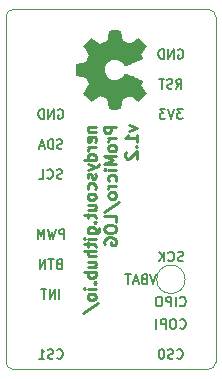
<source format=gbr>
%TF.GenerationSoftware,KiCad,Pcbnew,5.1.6+dfsg1-1~bpo10+1*%
%TF.CreationDate,Date%
%TF.ProjectId,ProMicro_LOG,50726f4d-6963-4726-9f5f-4c4f472e6b69,v1.2*%
%TF.SameCoordinates,Original*%
%TF.FileFunction,Legend,Bot*%
%TF.FilePolarity,Positive*%
%FSLAX45Y45*%
G04 Gerber Fmt 4.5, Leading zero omitted, Abs format (unit mm)*
G04 Created by KiCad*
%MOMM*%
%LPD*%
G01*
G04 APERTURE LIST*
%ADD10C,0.200000*%
%ADD11C,0.250000*%
%TA.AperFunction,Profile*%
%ADD12C,0.100000*%
%TD*%
%ADD13C,0.010000*%
%ADD14C,0.120000*%
%ADD15R,1.600000X1.600000*%
%ADD16O,1.600000X1.600000*%
%ADD17C,1.600000*%
G04 APERTURE END LIST*
D10*
X1147429Y-2115190D02*
X1120762Y-2195190D01*
X1094095Y-2115190D01*
X1040762Y-2153286D02*
X1029333Y-2157095D01*
X1025524Y-2160905D01*
X1021714Y-2168524D01*
X1021714Y-2179952D01*
X1025524Y-2187571D01*
X1029333Y-2191381D01*
X1036952Y-2195190D01*
X1067429Y-2195190D01*
X1067429Y-2115190D01*
X1040762Y-2115190D01*
X1033143Y-2119000D01*
X1029333Y-2122810D01*
X1025524Y-2130429D01*
X1025524Y-2138048D01*
X1029333Y-2145667D01*
X1033143Y-2149476D01*
X1040762Y-2153286D01*
X1067429Y-2153286D01*
X991238Y-2172333D02*
X953143Y-2172333D01*
X998857Y-2195190D02*
X972190Y-2115190D01*
X945524Y-2195190D01*
X930286Y-2115190D02*
X884571Y-2115190D01*
X907428Y-2195190D02*
X907428Y-2115190D01*
X314952Y-722000D02*
X322571Y-718190D01*
X334000Y-718190D01*
X345429Y-722000D01*
X353048Y-729619D01*
X356857Y-737238D01*
X360667Y-752476D01*
X360667Y-763905D01*
X356857Y-779143D01*
X353048Y-786762D01*
X345429Y-794381D01*
X334000Y-798190D01*
X326381Y-798190D01*
X314952Y-794381D01*
X311143Y-790571D01*
X311143Y-763905D01*
X326381Y-763905D01*
X276857Y-798190D02*
X276857Y-718190D01*
X231143Y-798190D01*
X231143Y-718190D01*
X193048Y-798190D02*
X193048Y-718190D01*
X174000Y-718190D01*
X162571Y-722000D01*
X154952Y-729619D01*
X151143Y-737238D01*
X147333Y-752476D01*
X147333Y-763905D01*
X151143Y-779143D01*
X154952Y-786762D01*
X162571Y-794381D01*
X174000Y-798190D01*
X193048Y-798190D01*
X351143Y-1048381D02*
X339714Y-1052190D01*
X320667Y-1052190D01*
X313048Y-1048381D01*
X309238Y-1044571D01*
X305429Y-1036952D01*
X305429Y-1029333D01*
X309238Y-1021714D01*
X313048Y-1017905D01*
X320667Y-1014095D01*
X335905Y-1010286D01*
X343524Y-1006476D01*
X347333Y-1002667D01*
X351143Y-995048D01*
X351143Y-987428D01*
X347333Y-979809D01*
X343524Y-976000D01*
X335905Y-972190D01*
X316857Y-972190D01*
X305429Y-976000D01*
X271143Y-1052190D02*
X271143Y-972190D01*
X252095Y-972190D01*
X240667Y-976000D01*
X233048Y-983619D01*
X229238Y-991238D01*
X225428Y-1006476D01*
X225428Y-1017905D01*
X229238Y-1033143D01*
X233048Y-1040762D01*
X240667Y-1048381D01*
X252095Y-1052190D01*
X271143Y-1052190D01*
X194952Y-1029333D02*
X156857Y-1029333D01*
X202571Y-1052190D02*
X175905Y-972190D01*
X149238Y-1052190D01*
X349238Y-1302381D02*
X337810Y-1306190D01*
X318762Y-1306190D01*
X311143Y-1302381D01*
X307333Y-1298571D01*
X303524Y-1290952D01*
X303524Y-1283333D01*
X307333Y-1275714D01*
X311143Y-1271905D01*
X318762Y-1268095D01*
X334000Y-1264286D01*
X341619Y-1260476D01*
X345429Y-1256667D01*
X349238Y-1249048D01*
X349238Y-1241429D01*
X345429Y-1233810D01*
X341619Y-1230000D01*
X334000Y-1226190D01*
X314952Y-1226190D01*
X303524Y-1230000D01*
X223524Y-1298571D02*
X227333Y-1302381D01*
X238762Y-1306190D01*
X246381Y-1306190D01*
X257809Y-1302381D01*
X265429Y-1294762D01*
X269238Y-1287143D01*
X273048Y-1271905D01*
X273048Y-1260476D01*
X269238Y-1245238D01*
X265429Y-1237619D01*
X257809Y-1230000D01*
X246381Y-1226190D01*
X238762Y-1226190D01*
X227333Y-1230000D01*
X223524Y-1233810D01*
X151143Y-1306190D02*
X189238Y-1306190D01*
X189238Y-1226190D01*
X366381Y-1814190D02*
X366381Y-1734190D01*
X335905Y-1734190D01*
X328286Y-1738000D01*
X324476Y-1741809D01*
X320667Y-1749428D01*
X320667Y-1760857D01*
X324476Y-1768476D01*
X328286Y-1772286D01*
X335905Y-1776095D01*
X366381Y-1776095D01*
X294000Y-1734190D02*
X274952Y-1814190D01*
X259714Y-1757048D01*
X244476Y-1814190D01*
X225428Y-1734190D01*
X194952Y-1814190D02*
X194952Y-1734190D01*
X168286Y-1791333D01*
X141619Y-1734190D01*
X141619Y-1814190D01*
X320667Y-2026286D02*
X309238Y-2030095D01*
X305429Y-2033905D01*
X301619Y-2041524D01*
X301619Y-2052952D01*
X305429Y-2060571D01*
X309238Y-2064381D01*
X316857Y-2068190D01*
X347333Y-2068190D01*
X347333Y-1988190D01*
X320667Y-1988190D01*
X313048Y-1992000D01*
X309238Y-1995809D01*
X305429Y-2003428D01*
X305429Y-2011048D01*
X309238Y-2018667D01*
X313048Y-2022476D01*
X320667Y-2026286D01*
X347333Y-2026286D01*
X278762Y-1988190D02*
X233048Y-1988190D01*
X255905Y-2068190D02*
X255905Y-1988190D01*
X206381Y-2068190D02*
X206381Y-1988190D01*
X160667Y-2068190D01*
X160667Y-1988190D01*
X326381Y-2322190D02*
X326381Y-2242190D01*
X288286Y-2322190D02*
X288286Y-2242190D01*
X242571Y-2322190D01*
X242571Y-2242190D01*
X215905Y-2242190D02*
X170190Y-2242190D01*
X193048Y-2322190D02*
X193048Y-2242190D01*
X305429Y-2822571D02*
X309238Y-2826381D01*
X320667Y-2830190D01*
X328286Y-2830190D01*
X339714Y-2826381D01*
X347333Y-2818762D01*
X351143Y-2811143D01*
X354952Y-2795905D01*
X354952Y-2784476D01*
X351143Y-2769238D01*
X347333Y-2761619D01*
X339714Y-2754000D01*
X328286Y-2750190D01*
X320667Y-2750190D01*
X309238Y-2754000D01*
X305429Y-2757810D01*
X274952Y-2826381D02*
X263524Y-2830190D01*
X244476Y-2830190D01*
X236857Y-2826381D01*
X233048Y-2822571D01*
X229238Y-2814952D01*
X229238Y-2807333D01*
X233048Y-2799714D01*
X236857Y-2795905D01*
X244476Y-2792095D01*
X259714Y-2788286D01*
X267333Y-2784476D01*
X271143Y-2780667D01*
X274952Y-2773048D01*
X274952Y-2765429D01*
X271143Y-2757810D01*
X267333Y-2754000D01*
X259714Y-2750190D01*
X240667Y-2750190D01*
X229238Y-2754000D01*
X153048Y-2830190D02*
X198762Y-2830190D01*
X175905Y-2830190D02*
X175905Y-2750190D01*
X183524Y-2761619D01*
X191143Y-2769238D01*
X198762Y-2773048D01*
X1321429Y-2822571D02*
X1325238Y-2826381D01*
X1336667Y-2830190D01*
X1344286Y-2830190D01*
X1355714Y-2826381D01*
X1363333Y-2818762D01*
X1367143Y-2811143D01*
X1370952Y-2795905D01*
X1370952Y-2784476D01*
X1367143Y-2769238D01*
X1363333Y-2761619D01*
X1355714Y-2754000D01*
X1344286Y-2750190D01*
X1336667Y-2750190D01*
X1325238Y-2754000D01*
X1321429Y-2757810D01*
X1290952Y-2826381D02*
X1279524Y-2830190D01*
X1260476Y-2830190D01*
X1252857Y-2826381D01*
X1249048Y-2822571D01*
X1245238Y-2814952D01*
X1245238Y-2807333D01*
X1249048Y-2799714D01*
X1252857Y-2795905D01*
X1260476Y-2792095D01*
X1275714Y-2788286D01*
X1283333Y-2784476D01*
X1287143Y-2780667D01*
X1290952Y-2773048D01*
X1290952Y-2765429D01*
X1287143Y-2757810D01*
X1283333Y-2754000D01*
X1275714Y-2750190D01*
X1256667Y-2750190D01*
X1245238Y-2754000D01*
X1195714Y-2750190D02*
X1188095Y-2750190D01*
X1180476Y-2754000D01*
X1176667Y-2757810D01*
X1172857Y-2765429D01*
X1169048Y-2780667D01*
X1169048Y-2799714D01*
X1172857Y-2814952D01*
X1176667Y-2822571D01*
X1180476Y-2826381D01*
X1188095Y-2830190D01*
X1195714Y-2830190D01*
X1203333Y-2826381D01*
X1207143Y-2822571D01*
X1210952Y-2814952D01*
X1214762Y-2799714D01*
X1214762Y-2780667D01*
X1210952Y-2765429D01*
X1207143Y-2757810D01*
X1203333Y-2754000D01*
X1195714Y-2750190D01*
X1346190Y-2568571D02*
X1350000Y-2572381D01*
X1361429Y-2576190D01*
X1369048Y-2576190D01*
X1380476Y-2572381D01*
X1388095Y-2564762D01*
X1391905Y-2557143D01*
X1395714Y-2541905D01*
X1395714Y-2530476D01*
X1391905Y-2515238D01*
X1388095Y-2507619D01*
X1380476Y-2500000D01*
X1369048Y-2496190D01*
X1361429Y-2496190D01*
X1350000Y-2500000D01*
X1346190Y-2503810D01*
X1296667Y-2496190D02*
X1281429Y-2496190D01*
X1273810Y-2500000D01*
X1266190Y-2507619D01*
X1262381Y-2522857D01*
X1262381Y-2549524D01*
X1266190Y-2564762D01*
X1273810Y-2572381D01*
X1281429Y-2576190D01*
X1296667Y-2576190D01*
X1304286Y-2572381D01*
X1311905Y-2564762D01*
X1315714Y-2549524D01*
X1315714Y-2522857D01*
X1311905Y-2507619D01*
X1304286Y-2500000D01*
X1296667Y-2496190D01*
X1228095Y-2576190D02*
X1228095Y-2496190D01*
X1197619Y-2496190D01*
X1190000Y-2500000D01*
X1186190Y-2503810D01*
X1182381Y-2511429D01*
X1182381Y-2522857D01*
X1186190Y-2530476D01*
X1190000Y-2534286D01*
X1197619Y-2538095D01*
X1228095Y-2538095D01*
X1148095Y-2576190D02*
X1148095Y-2496190D01*
X1346190Y-2378071D02*
X1350000Y-2381881D01*
X1361429Y-2385690D01*
X1369048Y-2385690D01*
X1380476Y-2381881D01*
X1388095Y-2374262D01*
X1391905Y-2366643D01*
X1395714Y-2351405D01*
X1395714Y-2339976D01*
X1391905Y-2324738D01*
X1388095Y-2317119D01*
X1380476Y-2309500D01*
X1369048Y-2305690D01*
X1361429Y-2305690D01*
X1350000Y-2309500D01*
X1346190Y-2313310D01*
X1311905Y-2385690D02*
X1311905Y-2305690D01*
X1273810Y-2385690D02*
X1273810Y-2305690D01*
X1243333Y-2305690D01*
X1235714Y-2309500D01*
X1231905Y-2313310D01*
X1228095Y-2320929D01*
X1228095Y-2332357D01*
X1231905Y-2339976D01*
X1235714Y-2343786D01*
X1243333Y-2347595D01*
X1273810Y-2347595D01*
X1178571Y-2305690D02*
X1163333Y-2305690D01*
X1155714Y-2309500D01*
X1148095Y-2317119D01*
X1144286Y-2332357D01*
X1144286Y-2359024D01*
X1148095Y-2374262D01*
X1155714Y-2381881D01*
X1163333Y-2385690D01*
X1178571Y-2385690D01*
X1186190Y-2381881D01*
X1193810Y-2374262D01*
X1197619Y-2359024D01*
X1197619Y-2332357D01*
X1193810Y-2317119D01*
X1186190Y-2309500D01*
X1178571Y-2305690D01*
X1372857Y-2000881D02*
X1361429Y-2004690D01*
X1342381Y-2004690D01*
X1334762Y-2000881D01*
X1330952Y-1997071D01*
X1327143Y-1989452D01*
X1327143Y-1981833D01*
X1330952Y-1974214D01*
X1334762Y-1970405D01*
X1342381Y-1966595D01*
X1357619Y-1962786D01*
X1365238Y-1958976D01*
X1369048Y-1955167D01*
X1372857Y-1947548D01*
X1372857Y-1939928D01*
X1369048Y-1932309D01*
X1365238Y-1928500D01*
X1357619Y-1924690D01*
X1338571Y-1924690D01*
X1327143Y-1928500D01*
X1247143Y-1997071D02*
X1250952Y-2000881D01*
X1262381Y-2004690D01*
X1270000Y-2004690D01*
X1281429Y-2000881D01*
X1289048Y-1993262D01*
X1292857Y-1985643D01*
X1296667Y-1970405D01*
X1296667Y-1958976D01*
X1292857Y-1943738D01*
X1289048Y-1936119D01*
X1281429Y-1928500D01*
X1270000Y-1924690D01*
X1262381Y-1924690D01*
X1250952Y-1928500D01*
X1247143Y-1932309D01*
X1212857Y-2004690D02*
X1212857Y-1924690D01*
X1167143Y-2004690D02*
X1201429Y-1958976D01*
X1167143Y-1924690D02*
X1212857Y-1970405D01*
X1369048Y-718190D02*
X1319524Y-718190D01*
X1346190Y-748667D01*
X1334762Y-748667D01*
X1327143Y-752476D01*
X1323333Y-756286D01*
X1319524Y-763905D01*
X1319524Y-782952D01*
X1323333Y-790571D01*
X1327143Y-794381D01*
X1334762Y-798190D01*
X1357619Y-798190D01*
X1365238Y-794381D01*
X1369048Y-790571D01*
X1296667Y-718190D02*
X1270000Y-798190D01*
X1243333Y-718190D01*
X1224286Y-718190D02*
X1174762Y-718190D01*
X1201429Y-748667D01*
X1190000Y-748667D01*
X1182381Y-752476D01*
X1178571Y-756286D01*
X1174762Y-763905D01*
X1174762Y-782952D01*
X1178571Y-790571D01*
X1182381Y-794381D01*
X1190000Y-798190D01*
X1212857Y-798190D01*
X1220476Y-794381D01*
X1224286Y-790571D01*
X1313810Y-544190D02*
X1340476Y-506095D01*
X1359524Y-544190D02*
X1359524Y-464190D01*
X1329048Y-464190D01*
X1321429Y-468000D01*
X1317619Y-471809D01*
X1313810Y-479428D01*
X1313810Y-490857D01*
X1317619Y-498476D01*
X1321429Y-502286D01*
X1329048Y-506095D01*
X1359524Y-506095D01*
X1283333Y-540381D02*
X1271905Y-544190D01*
X1252857Y-544190D01*
X1245238Y-540381D01*
X1241429Y-536571D01*
X1237619Y-528952D01*
X1237619Y-521333D01*
X1241429Y-513714D01*
X1245238Y-509905D01*
X1252857Y-506095D01*
X1268095Y-502286D01*
X1275714Y-498476D01*
X1279524Y-494667D01*
X1283333Y-487048D01*
X1283333Y-479428D01*
X1279524Y-471809D01*
X1275714Y-468000D01*
X1268095Y-464190D01*
X1249048Y-464190D01*
X1237619Y-468000D01*
X1214762Y-464190D02*
X1169048Y-464190D01*
X1191905Y-544190D02*
X1191905Y-464190D01*
X1330952Y-214000D02*
X1338571Y-210190D01*
X1350000Y-210190D01*
X1361429Y-214000D01*
X1369048Y-221619D01*
X1372857Y-229238D01*
X1376667Y-244476D01*
X1376667Y-255905D01*
X1372857Y-271143D01*
X1369048Y-278762D01*
X1361429Y-286381D01*
X1350000Y-290190D01*
X1342381Y-290190D01*
X1330952Y-286381D01*
X1327143Y-282571D01*
X1327143Y-255905D01*
X1342381Y-255905D01*
X1292857Y-290190D02*
X1292857Y-210190D01*
X1247143Y-290190D01*
X1247143Y-210190D01*
X1209048Y-290190D02*
X1209048Y-210190D01*
X1190000Y-210190D01*
X1178571Y-214000D01*
X1170952Y-221619D01*
X1167143Y-229238D01*
X1163333Y-244476D01*
X1163333Y-255905D01*
X1167143Y-271143D01*
X1170952Y-278762D01*
X1178571Y-286381D01*
X1190000Y-290190D01*
X1209048Y-290190D01*
D11*
X565571Y-865559D02*
X632238Y-865559D01*
X575095Y-865559D02*
X570333Y-870321D01*
X565571Y-879845D01*
X565571Y-894131D01*
X570333Y-903655D01*
X579857Y-908417D01*
X632238Y-908417D01*
X627476Y-994131D02*
X632238Y-984607D01*
X632238Y-965559D01*
X627476Y-956036D01*
X617952Y-951274D01*
X579857Y-951274D01*
X570333Y-956036D01*
X565571Y-965559D01*
X565571Y-984607D01*
X570333Y-994131D01*
X579857Y-998893D01*
X589381Y-998893D01*
X598905Y-951274D01*
X632238Y-1041750D02*
X565571Y-1041750D01*
X584619Y-1041750D02*
X575095Y-1046512D01*
X570333Y-1051274D01*
X565571Y-1060798D01*
X565571Y-1070321D01*
X632238Y-1146512D02*
X532238Y-1146512D01*
X627476Y-1146512D02*
X632238Y-1136988D01*
X632238Y-1117940D01*
X627476Y-1108417D01*
X622714Y-1103655D01*
X613190Y-1098893D01*
X584619Y-1098893D01*
X575095Y-1103655D01*
X570333Y-1108417D01*
X565571Y-1117940D01*
X565571Y-1136988D01*
X570333Y-1146512D01*
X565571Y-1184607D02*
X632238Y-1208417D01*
X565571Y-1232226D02*
X632238Y-1208417D01*
X656048Y-1198893D01*
X660810Y-1194131D01*
X665571Y-1184607D01*
X627476Y-1265560D02*
X632238Y-1275083D01*
X632238Y-1294131D01*
X627476Y-1303655D01*
X617952Y-1308417D01*
X613190Y-1308417D01*
X603667Y-1303655D01*
X598905Y-1294131D01*
X598905Y-1279845D01*
X594143Y-1270321D01*
X584619Y-1265560D01*
X579857Y-1265560D01*
X570333Y-1270321D01*
X565571Y-1279845D01*
X565571Y-1294131D01*
X570333Y-1303655D01*
X627476Y-1394131D02*
X632238Y-1384607D01*
X632238Y-1365560D01*
X627476Y-1356036D01*
X622714Y-1351274D01*
X613190Y-1346512D01*
X584619Y-1346512D01*
X575095Y-1351274D01*
X570333Y-1356036D01*
X565571Y-1365560D01*
X565571Y-1384607D01*
X570333Y-1394131D01*
X632238Y-1451274D02*
X627476Y-1441750D01*
X622714Y-1436988D01*
X613190Y-1432226D01*
X584619Y-1432226D01*
X575095Y-1436988D01*
X570333Y-1441750D01*
X565571Y-1451274D01*
X565571Y-1465559D01*
X570333Y-1475083D01*
X575095Y-1479845D01*
X584619Y-1484607D01*
X613190Y-1484607D01*
X622714Y-1479845D01*
X627476Y-1475083D01*
X632238Y-1465559D01*
X632238Y-1451274D01*
X565571Y-1570321D02*
X632238Y-1570321D01*
X565571Y-1527464D02*
X617952Y-1527464D01*
X627476Y-1532226D01*
X632238Y-1541750D01*
X632238Y-1556036D01*
X627476Y-1565559D01*
X622714Y-1570321D01*
X565571Y-1603655D02*
X565571Y-1641750D01*
X532238Y-1617940D02*
X617952Y-1617940D01*
X627476Y-1622702D01*
X632238Y-1632226D01*
X632238Y-1641750D01*
X622714Y-1675083D02*
X627476Y-1679845D01*
X632238Y-1675083D01*
X627476Y-1670321D01*
X622714Y-1675083D01*
X632238Y-1675083D01*
X565571Y-1765559D02*
X646524Y-1765559D01*
X656048Y-1760798D01*
X660810Y-1756036D01*
X665571Y-1746512D01*
X665571Y-1732226D01*
X660810Y-1722702D01*
X627476Y-1765559D02*
X632238Y-1756036D01*
X632238Y-1736988D01*
X627476Y-1727464D01*
X622714Y-1722702D01*
X613190Y-1717940D01*
X584619Y-1717940D01*
X575095Y-1722702D01*
X570333Y-1727464D01*
X565571Y-1736988D01*
X565571Y-1756036D01*
X570333Y-1765559D01*
X632238Y-1813178D02*
X565571Y-1813178D01*
X532238Y-1813178D02*
X537000Y-1808417D01*
X541762Y-1813178D01*
X537000Y-1817940D01*
X532238Y-1813178D01*
X541762Y-1813178D01*
X565571Y-1846512D02*
X565571Y-1884607D01*
X532238Y-1860798D02*
X617952Y-1860798D01*
X627476Y-1865559D01*
X632238Y-1875083D01*
X632238Y-1884607D01*
X632238Y-1917940D02*
X532238Y-1917940D01*
X632238Y-1960798D02*
X579857Y-1960798D01*
X570333Y-1956036D01*
X565571Y-1946512D01*
X565571Y-1932226D01*
X570333Y-1922702D01*
X575095Y-1917940D01*
X565571Y-2051274D02*
X632238Y-2051274D01*
X565571Y-2008417D02*
X617952Y-2008417D01*
X627476Y-2013178D01*
X632238Y-2022702D01*
X632238Y-2036988D01*
X627476Y-2046512D01*
X622714Y-2051274D01*
X632238Y-2098893D02*
X532238Y-2098893D01*
X570333Y-2098893D02*
X565571Y-2108417D01*
X565571Y-2127464D01*
X570333Y-2136988D01*
X575095Y-2141750D01*
X584619Y-2146512D01*
X613190Y-2146512D01*
X622714Y-2141750D01*
X627476Y-2136988D01*
X632238Y-2127464D01*
X632238Y-2108417D01*
X627476Y-2098893D01*
X622714Y-2189369D02*
X627476Y-2194131D01*
X632238Y-2189369D01*
X627476Y-2184607D01*
X622714Y-2189369D01*
X632238Y-2189369D01*
X632238Y-2236988D02*
X565571Y-2236988D01*
X532238Y-2236988D02*
X537000Y-2232226D01*
X541762Y-2236988D01*
X537000Y-2241750D01*
X532238Y-2236988D01*
X541762Y-2236988D01*
X632238Y-2298893D02*
X627476Y-2289369D01*
X622714Y-2284607D01*
X613190Y-2279845D01*
X584619Y-2279845D01*
X575095Y-2284607D01*
X570333Y-2289369D01*
X565571Y-2298893D01*
X565571Y-2313179D01*
X570333Y-2322702D01*
X575095Y-2327464D01*
X584619Y-2332226D01*
X613190Y-2332226D01*
X622714Y-2327464D01*
X627476Y-2322702D01*
X632238Y-2313179D01*
X632238Y-2298893D01*
X527476Y-2446512D02*
X656048Y-2360798D01*
X807238Y-865559D02*
X707238Y-865559D01*
X707238Y-903655D01*
X712000Y-913178D01*
X716762Y-917940D01*
X726286Y-922702D01*
X740571Y-922702D01*
X750095Y-917940D01*
X754857Y-913178D01*
X759619Y-903655D01*
X759619Y-865559D01*
X807238Y-965559D02*
X740571Y-965559D01*
X759619Y-965559D02*
X750095Y-970321D01*
X745333Y-975083D01*
X740571Y-984607D01*
X740571Y-994131D01*
X807238Y-1041750D02*
X802476Y-1032226D01*
X797714Y-1027464D01*
X788190Y-1022702D01*
X759619Y-1022702D01*
X750095Y-1027464D01*
X745333Y-1032226D01*
X740571Y-1041750D01*
X740571Y-1056036D01*
X745333Y-1065560D01*
X750095Y-1070321D01*
X759619Y-1075083D01*
X788190Y-1075083D01*
X797714Y-1070321D01*
X802476Y-1065560D01*
X807238Y-1056036D01*
X807238Y-1041750D01*
X807238Y-1117940D02*
X707238Y-1117940D01*
X778667Y-1151274D01*
X707238Y-1184607D01*
X807238Y-1184607D01*
X807238Y-1232226D02*
X740571Y-1232226D01*
X707238Y-1232226D02*
X712000Y-1227464D01*
X716762Y-1232226D01*
X712000Y-1236988D01*
X707238Y-1232226D01*
X716762Y-1232226D01*
X802476Y-1322702D02*
X807238Y-1313179D01*
X807238Y-1294131D01*
X802476Y-1284607D01*
X797714Y-1279845D01*
X788190Y-1275083D01*
X759619Y-1275083D01*
X750095Y-1279845D01*
X745333Y-1284607D01*
X740571Y-1294131D01*
X740571Y-1313179D01*
X745333Y-1322702D01*
X807238Y-1365560D02*
X740571Y-1365560D01*
X759619Y-1365560D02*
X750095Y-1370321D01*
X745333Y-1375083D01*
X740571Y-1384607D01*
X740571Y-1394131D01*
X807238Y-1441750D02*
X802476Y-1432226D01*
X797714Y-1427464D01*
X788190Y-1422702D01*
X759619Y-1422702D01*
X750095Y-1427464D01*
X745333Y-1432226D01*
X740571Y-1441750D01*
X740571Y-1456036D01*
X745333Y-1465559D01*
X750095Y-1470321D01*
X759619Y-1475083D01*
X788190Y-1475083D01*
X797714Y-1470321D01*
X802476Y-1465559D01*
X807238Y-1456036D01*
X807238Y-1441750D01*
X702476Y-1589369D02*
X831048Y-1503655D01*
X807238Y-1670321D02*
X807238Y-1622702D01*
X707238Y-1622702D01*
X707238Y-1722702D02*
X707238Y-1741750D01*
X712000Y-1751274D01*
X721524Y-1760798D01*
X740571Y-1765559D01*
X773905Y-1765559D01*
X792952Y-1760798D01*
X802476Y-1751274D01*
X807238Y-1741750D01*
X807238Y-1722702D01*
X802476Y-1713178D01*
X792952Y-1703655D01*
X773905Y-1698893D01*
X740571Y-1698893D01*
X721524Y-1703655D01*
X712000Y-1713178D01*
X707238Y-1722702D01*
X712000Y-1860798D02*
X707238Y-1851274D01*
X707238Y-1836988D01*
X712000Y-1822702D01*
X721524Y-1813178D01*
X731048Y-1808417D01*
X750095Y-1803655D01*
X764381Y-1803655D01*
X783428Y-1808417D01*
X792952Y-1813178D01*
X802476Y-1822702D01*
X807238Y-1836988D01*
X807238Y-1846512D01*
X802476Y-1860798D01*
X797714Y-1865559D01*
X764381Y-1865559D01*
X764381Y-1846512D01*
X915571Y-856036D02*
X982238Y-879845D01*
X915571Y-903655D01*
X982238Y-994131D02*
X982238Y-936988D01*
X982238Y-965559D02*
X882238Y-965559D01*
X896524Y-956036D01*
X906048Y-946512D01*
X910809Y-936988D01*
X972714Y-1036988D02*
X977476Y-1041750D01*
X982238Y-1036988D01*
X977476Y-1032226D01*
X972714Y-1036988D01*
X982238Y-1036988D01*
X891762Y-1079845D02*
X887000Y-1084607D01*
X882238Y-1094131D01*
X882238Y-1117940D01*
X887000Y-1127464D01*
X891762Y-1132226D01*
X901286Y-1136988D01*
X910809Y-1136988D01*
X925095Y-1132226D01*
X982238Y-1075083D01*
X982238Y-1136988D01*
D12*
X-63500Y127000D02*
G75*
G03*
X-127000Y63500I0J-63500D01*
G01*
X1651000Y63500D02*
G75*
G03*
X1587500Y127000I-63500J0D01*
G01*
X1587500Y-2921000D02*
G75*
G03*
X1651000Y-2857500I0J63500D01*
G01*
X-127000Y-2857500D02*
G75*
G03*
X-63500Y-2921000I63500J0D01*
G01*
X-127000Y63500D02*
X-127000Y-2857500D01*
X1587500Y127000D02*
X-63500Y127000D01*
X1651000Y-2857500D02*
X1651000Y63500D01*
X-63500Y-2921000D02*
X1587500Y-2921000D01*
D13*
G36*
X508893Y-436581D02*
G01*
X553356Y-444963D01*
X566105Y-475892D01*
X578855Y-506821D01*
X553625Y-543925D01*
X546600Y-554316D01*
X540327Y-563709D01*
X535094Y-571665D01*
X531186Y-577747D01*
X528889Y-581516D01*
X528394Y-582542D01*
X529668Y-584391D01*
X533188Y-588342D01*
X538506Y-593952D01*
X545172Y-600779D01*
X552735Y-608379D01*
X560747Y-616309D01*
X568757Y-624128D01*
X576316Y-631391D01*
X582975Y-637656D01*
X588282Y-642480D01*
X591789Y-645421D01*
X592962Y-646124D01*
X595126Y-645112D01*
X599866Y-642276D01*
X606719Y-637913D01*
X615222Y-632322D01*
X624909Y-625801D01*
X630435Y-622022D01*
X640525Y-615134D01*
X649630Y-609014D01*
X657297Y-603958D01*
X663073Y-600263D01*
X666504Y-598226D01*
X667225Y-597920D01*
X669275Y-598614D01*
X674051Y-600505D01*
X680883Y-603309D01*
X689099Y-606739D01*
X698027Y-610511D01*
X706996Y-614339D01*
X715334Y-617937D01*
X722369Y-621021D01*
X727431Y-623304D01*
X729847Y-624502D01*
X729942Y-624572D01*
X730404Y-626453D01*
X731433Y-631462D01*
X732929Y-639079D01*
X734790Y-648787D01*
X736916Y-660064D01*
X738142Y-666644D01*
X740436Y-678695D01*
X742619Y-689580D01*
X744572Y-698748D01*
X746175Y-705648D01*
X747308Y-709730D01*
X747667Y-710551D01*
X750101Y-711355D01*
X755596Y-712003D01*
X763511Y-712497D01*
X773203Y-712836D01*
X784029Y-713022D01*
X795346Y-713054D01*
X806513Y-712933D01*
X816887Y-712659D01*
X825824Y-712233D01*
X832683Y-711655D01*
X836820Y-710927D01*
X837681Y-710489D01*
X838713Y-707876D01*
X840189Y-702339D01*
X841935Y-694611D01*
X843778Y-685423D01*
X844374Y-682216D01*
X847207Y-666752D01*
X849488Y-654538D01*
X851308Y-645167D01*
X852758Y-638238D01*
X853929Y-633347D01*
X854911Y-630090D01*
X855796Y-628063D01*
X856672Y-626863D01*
X856846Y-626695D01*
X859637Y-625018D01*
X865069Y-622461D01*
X872478Y-619279D01*
X881196Y-615726D01*
X890561Y-612058D01*
X899905Y-608531D01*
X908565Y-605400D01*
X915874Y-602919D01*
X921168Y-601345D01*
X923781Y-600933D01*
X923873Y-600968D01*
X926009Y-602364D01*
X930708Y-605532D01*
X937483Y-610139D01*
X945842Y-615852D01*
X955298Y-622337D01*
X957985Y-624184D01*
X967727Y-630770D01*
X976616Y-636565D01*
X984141Y-641254D01*
X989792Y-644521D01*
X993058Y-646050D01*
X993459Y-646124D01*
X995568Y-644839D01*
X999746Y-641289D01*
X1005544Y-635929D01*
X1012513Y-629217D01*
X1020204Y-621609D01*
X1028168Y-613560D01*
X1035956Y-605529D01*
X1043119Y-597970D01*
X1049207Y-591341D01*
X1053772Y-586097D01*
X1056365Y-582696D01*
X1056788Y-581755D01*
X1055791Y-579564D01*
X1053102Y-575080D01*
X1049174Y-569032D01*
X1046012Y-564379D01*
X1040210Y-555948D01*
X1033378Y-545963D01*
X1026558Y-535947D01*
X1022907Y-530563D01*
X1010580Y-512337D01*
X1018852Y-497038D01*
X1022476Y-490068D01*
X1025293Y-484141D01*
X1026899Y-480131D01*
X1027123Y-479110D01*
X1025472Y-477883D01*
X1020808Y-475461D01*
X1013561Y-472026D01*
X1004161Y-467759D01*
X993037Y-462839D01*
X980621Y-457449D01*
X967343Y-451768D01*
X953633Y-445978D01*
X939920Y-440259D01*
X926636Y-434792D01*
X914210Y-429758D01*
X903072Y-425338D01*
X893654Y-421712D01*
X886384Y-419061D01*
X881694Y-417566D01*
X880083Y-417325D01*
X878029Y-419231D01*
X874693Y-423404D01*
X870770Y-428971D01*
X870460Y-429438D01*
X858942Y-443826D01*
X845505Y-455428D01*
X830578Y-464143D01*
X814591Y-469870D01*
X797974Y-472509D01*
X781155Y-471958D01*
X764565Y-468119D01*
X748634Y-460889D01*
X745149Y-458763D01*
X731074Y-447700D01*
X719771Y-434630D01*
X711300Y-420006D01*
X705719Y-404281D01*
X703087Y-387906D01*
X703463Y-371333D01*
X706905Y-355016D01*
X713472Y-339407D01*
X723223Y-324957D01*
X727181Y-320487D01*
X739570Y-309111D01*
X752612Y-300822D01*
X767231Y-295136D01*
X781709Y-291969D01*
X797986Y-291187D01*
X814344Y-293794D01*
X830230Y-299525D01*
X845091Y-308114D01*
X858373Y-319299D01*
X869526Y-332812D01*
X870701Y-334588D01*
X874551Y-340215D01*
X877886Y-344492D01*
X880016Y-346537D01*
X880083Y-346567D01*
X882387Y-346128D01*
X887616Y-344388D01*
X895339Y-341527D01*
X905127Y-337727D01*
X916549Y-333167D01*
X929176Y-328030D01*
X942577Y-322496D01*
X956322Y-316746D01*
X969981Y-310960D01*
X983124Y-305320D01*
X995320Y-300006D01*
X1006141Y-295199D01*
X1015155Y-291080D01*
X1021932Y-287830D01*
X1026043Y-285630D01*
X1027123Y-284744D01*
X1026282Y-282036D01*
X1024027Y-276970D01*
X1020761Y-270418D01*
X1018852Y-266816D01*
X1010580Y-251517D01*
X1022907Y-233291D01*
X1029223Y-223987D01*
X1036173Y-213801D01*
X1042716Y-204256D01*
X1046012Y-199475D01*
X1050527Y-192750D01*
X1054106Y-187056D01*
X1056294Y-183135D01*
X1056756Y-181862D01*
X1055509Y-180008D01*
X1052025Y-175906D01*
X1046668Y-169953D01*
X1039798Y-162546D01*
X1031778Y-154084D01*
X1026629Y-148732D01*
X1017429Y-139368D01*
X1009200Y-131276D01*
X1002294Y-124782D01*
X997064Y-120214D01*
X993862Y-117899D01*
X993212Y-117677D01*
X990739Y-118708D01*
X985740Y-121556D01*
X978721Y-125906D01*
X970187Y-131442D01*
X960646Y-137848D01*
X957985Y-139670D01*
X948317Y-146307D01*
X939612Y-152262D01*
X932359Y-157202D01*
X927049Y-160793D01*
X924170Y-162702D01*
X923873Y-162886D01*
X921578Y-162611D01*
X916534Y-161146D01*
X909404Y-158749D01*
X900855Y-155673D01*
X891551Y-152176D01*
X882157Y-148511D01*
X873340Y-144934D01*
X865763Y-141701D01*
X860093Y-139066D01*
X856994Y-137286D01*
X856846Y-137159D01*
X855960Y-136071D01*
X855084Y-134232D01*
X854128Y-131239D01*
X853000Y-126690D01*
X851609Y-120179D01*
X849866Y-111304D01*
X847680Y-99661D01*
X844959Y-84846D01*
X844374Y-81638D01*
X842537Y-72131D01*
X840740Y-63843D01*
X839157Y-57507D01*
X837960Y-53854D01*
X837681Y-53364D01*
X835207Y-52557D01*
X829679Y-51901D01*
X821739Y-51397D01*
X812030Y-51044D01*
X801194Y-50844D01*
X789874Y-50796D01*
X778713Y-50902D01*
X768353Y-51162D01*
X759437Y-51575D01*
X752607Y-52144D01*
X748507Y-52867D01*
X747667Y-53303D01*
X746821Y-55730D01*
X745443Y-61257D01*
X743655Y-69334D01*
X741575Y-79409D01*
X739322Y-90932D01*
X738142Y-97210D01*
X735915Y-109121D01*
X733898Y-119743D01*
X732191Y-128557D01*
X730897Y-135043D01*
X730115Y-138683D01*
X729942Y-139282D01*
X727989Y-140294D01*
X723284Y-142434D01*
X716500Y-145416D01*
X708309Y-148956D01*
X699383Y-152767D01*
X690394Y-156565D01*
X682014Y-160064D01*
X674915Y-162979D01*
X669769Y-165026D01*
X667250Y-165918D01*
X667140Y-165934D01*
X665152Y-164923D01*
X660578Y-162088D01*
X653872Y-157728D01*
X645488Y-152139D01*
X635883Y-145621D01*
X630365Y-141832D01*
X620248Y-134928D01*
X611063Y-128795D01*
X603274Y-123734D01*
X597347Y-120043D01*
X593745Y-118022D01*
X592938Y-117730D01*
X591058Y-118985D01*
X587046Y-122454D01*
X581349Y-127694D01*
X574419Y-134262D01*
X566703Y-141714D01*
X558653Y-149609D01*
X550716Y-157502D01*
X543344Y-164950D01*
X536985Y-171511D01*
X532089Y-176740D01*
X529106Y-180196D01*
X528394Y-181352D01*
X529395Y-183235D01*
X532208Y-187737D01*
X536545Y-194421D01*
X542122Y-202850D01*
X548651Y-212586D01*
X553625Y-219929D01*
X578855Y-257033D01*
X553356Y-318891D01*
X508893Y-327273D01*
X464431Y-335655D01*
X464431Y-428199D01*
X508893Y-436581D01*
G37*
X508893Y-436581D02*
X553356Y-444963D01*
X566105Y-475892D01*
X578855Y-506821D01*
X553625Y-543925D01*
X546600Y-554316D01*
X540327Y-563709D01*
X535094Y-571665D01*
X531186Y-577747D01*
X528889Y-581516D01*
X528394Y-582542D01*
X529668Y-584391D01*
X533188Y-588342D01*
X538506Y-593952D01*
X545172Y-600779D01*
X552735Y-608379D01*
X560747Y-616309D01*
X568757Y-624128D01*
X576316Y-631391D01*
X582975Y-637656D01*
X588282Y-642480D01*
X591789Y-645421D01*
X592962Y-646124D01*
X595126Y-645112D01*
X599866Y-642276D01*
X606719Y-637913D01*
X615222Y-632322D01*
X624909Y-625801D01*
X630435Y-622022D01*
X640525Y-615134D01*
X649630Y-609014D01*
X657297Y-603958D01*
X663073Y-600263D01*
X666504Y-598226D01*
X667225Y-597920D01*
X669275Y-598614D01*
X674051Y-600505D01*
X680883Y-603309D01*
X689099Y-606739D01*
X698027Y-610511D01*
X706996Y-614339D01*
X715334Y-617937D01*
X722369Y-621021D01*
X727431Y-623304D01*
X729847Y-624502D01*
X729942Y-624572D01*
X730404Y-626453D01*
X731433Y-631462D01*
X732929Y-639079D01*
X734790Y-648787D01*
X736916Y-660064D01*
X738142Y-666644D01*
X740436Y-678695D01*
X742619Y-689580D01*
X744572Y-698748D01*
X746175Y-705648D01*
X747308Y-709730D01*
X747667Y-710551D01*
X750101Y-711355D01*
X755596Y-712003D01*
X763511Y-712497D01*
X773203Y-712836D01*
X784029Y-713022D01*
X795346Y-713054D01*
X806513Y-712933D01*
X816887Y-712659D01*
X825824Y-712233D01*
X832683Y-711655D01*
X836820Y-710927D01*
X837681Y-710489D01*
X838713Y-707876D01*
X840189Y-702339D01*
X841935Y-694611D01*
X843778Y-685423D01*
X844374Y-682216D01*
X847207Y-666752D01*
X849488Y-654538D01*
X851308Y-645167D01*
X852758Y-638238D01*
X853929Y-633347D01*
X854911Y-630090D01*
X855796Y-628063D01*
X856672Y-626863D01*
X856846Y-626695D01*
X859637Y-625018D01*
X865069Y-622461D01*
X872478Y-619279D01*
X881196Y-615726D01*
X890561Y-612058D01*
X899905Y-608531D01*
X908565Y-605400D01*
X915874Y-602919D01*
X921168Y-601345D01*
X923781Y-600933D01*
X923873Y-600968D01*
X926009Y-602364D01*
X930708Y-605532D01*
X937483Y-610139D01*
X945842Y-615852D01*
X955298Y-622337D01*
X957985Y-624184D01*
X967727Y-630770D01*
X976616Y-636565D01*
X984141Y-641254D01*
X989792Y-644521D01*
X993058Y-646050D01*
X993459Y-646124D01*
X995568Y-644839D01*
X999746Y-641289D01*
X1005544Y-635929D01*
X1012513Y-629217D01*
X1020204Y-621609D01*
X1028168Y-613560D01*
X1035956Y-605529D01*
X1043119Y-597970D01*
X1049207Y-591341D01*
X1053772Y-586097D01*
X1056365Y-582696D01*
X1056788Y-581755D01*
X1055791Y-579564D01*
X1053102Y-575080D01*
X1049174Y-569032D01*
X1046012Y-564379D01*
X1040210Y-555948D01*
X1033378Y-545963D01*
X1026558Y-535947D01*
X1022907Y-530563D01*
X1010580Y-512337D01*
X1018852Y-497038D01*
X1022476Y-490068D01*
X1025293Y-484141D01*
X1026899Y-480131D01*
X1027123Y-479110D01*
X1025472Y-477883D01*
X1020808Y-475461D01*
X1013561Y-472026D01*
X1004161Y-467759D01*
X993037Y-462839D01*
X980621Y-457449D01*
X967343Y-451768D01*
X953633Y-445978D01*
X939920Y-440259D01*
X926636Y-434792D01*
X914210Y-429758D01*
X903072Y-425338D01*
X893654Y-421712D01*
X886384Y-419061D01*
X881694Y-417566D01*
X880083Y-417325D01*
X878029Y-419231D01*
X874693Y-423404D01*
X870770Y-428971D01*
X870460Y-429438D01*
X858942Y-443826D01*
X845505Y-455428D01*
X830578Y-464143D01*
X814591Y-469870D01*
X797974Y-472509D01*
X781155Y-471958D01*
X764565Y-468119D01*
X748634Y-460889D01*
X745149Y-458763D01*
X731074Y-447700D01*
X719771Y-434630D01*
X711300Y-420006D01*
X705719Y-404281D01*
X703087Y-387906D01*
X703463Y-371333D01*
X706905Y-355016D01*
X713472Y-339407D01*
X723223Y-324957D01*
X727181Y-320487D01*
X739570Y-309111D01*
X752612Y-300822D01*
X767231Y-295136D01*
X781709Y-291969D01*
X797986Y-291187D01*
X814344Y-293794D01*
X830230Y-299525D01*
X845091Y-308114D01*
X858373Y-319299D01*
X869526Y-332812D01*
X870701Y-334588D01*
X874551Y-340215D01*
X877886Y-344492D01*
X880016Y-346537D01*
X880083Y-346567D01*
X882387Y-346128D01*
X887616Y-344388D01*
X895339Y-341527D01*
X905127Y-337727D01*
X916549Y-333167D01*
X929176Y-328030D01*
X942577Y-322496D01*
X956322Y-316746D01*
X969981Y-310960D01*
X983124Y-305320D01*
X995320Y-300006D01*
X1006141Y-295199D01*
X1015155Y-291080D01*
X1021932Y-287830D01*
X1026043Y-285630D01*
X1027123Y-284744D01*
X1026282Y-282036D01*
X1024027Y-276970D01*
X1020761Y-270418D01*
X1018852Y-266816D01*
X1010580Y-251517D01*
X1022907Y-233291D01*
X1029223Y-223987D01*
X1036173Y-213801D01*
X1042716Y-204256D01*
X1046012Y-199475D01*
X1050527Y-192750D01*
X1054106Y-187056D01*
X1056294Y-183135D01*
X1056756Y-181862D01*
X1055509Y-180008D01*
X1052025Y-175906D01*
X1046668Y-169953D01*
X1039798Y-162546D01*
X1031778Y-154084D01*
X1026629Y-148732D01*
X1017429Y-139368D01*
X1009200Y-131276D01*
X1002294Y-124782D01*
X997064Y-120214D01*
X993862Y-117899D01*
X993212Y-117677D01*
X990739Y-118708D01*
X985740Y-121556D01*
X978721Y-125906D01*
X970187Y-131442D01*
X960646Y-137848D01*
X957985Y-139670D01*
X948317Y-146307D01*
X939612Y-152262D01*
X932359Y-157202D01*
X927049Y-160793D01*
X924170Y-162702D01*
X923873Y-162886D01*
X921578Y-162611D01*
X916534Y-161146D01*
X909404Y-158749D01*
X900855Y-155673D01*
X891551Y-152176D01*
X882157Y-148511D01*
X873340Y-144934D01*
X865763Y-141701D01*
X860093Y-139066D01*
X856994Y-137286D01*
X856846Y-137159D01*
X855960Y-136071D01*
X855084Y-134232D01*
X854128Y-131239D01*
X853000Y-126690D01*
X851609Y-120179D01*
X849866Y-111304D01*
X847680Y-99661D01*
X844959Y-84846D01*
X844374Y-81638D01*
X842537Y-72131D01*
X840740Y-63843D01*
X839157Y-57507D01*
X837960Y-53854D01*
X837681Y-53364D01*
X835207Y-52557D01*
X829679Y-51901D01*
X821739Y-51397D01*
X812030Y-51044D01*
X801194Y-50844D01*
X789874Y-50796D01*
X778713Y-50902D01*
X768353Y-51162D01*
X759437Y-51575D01*
X752607Y-52144D01*
X748507Y-52867D01*
X747667Y-53303D01*
X746821Y-55730D01*
X745443Y-61257D01*
X743655Y-69334D01*
X741575Y-79409D01*
X739322Y-90932D01*
X738142Y-97210D01*
X735915Y-109121D01*
X733898Y-119743D01*
X732191Y-128557D01*
X730897Y-135043D01*
X730115Y-138683D01*
X729942Y-139282D01*
X727989Y-140294D01*
X723284Y-142434D01*
X716500Y-145416D01*
X708309Y-148956D01*
X699383Y-152767D01*
X690394Y-156565D01*
X682014Y-160064D01*
X674915Y-162979D01*
X669769Y-165026D01*
X667250Y-165918D01*
X667140Y-165934D01*
X665152Y-164923D01*
X660578Y-162088D01*
X653872Y-157728D01*
X645488Y-152139D01*
X635883Y-145621D01*
X630365Y-141832D01*
X620248Y-134928D01*
X611063Y-128795D01*
X603274Y-123734D01*
X597347Y-120043D01*
X593745Y-118022D01*
X592938Y-117730D01*
X591058Y-118985D01*
X587046Y-122454D01*
X581349Y-127694D01*
X574419Y-134262D01*
X566703Y-141714D01*
X558653Y-149609D01*
X550716Y-157502D01*
X543344Y-164950D01*
X536985Y-171511D01*
X532089Y-176740D01*
X529106Y-180196D01*
X528394Y-181352D01*
X529395Y-183235D01*
X532208Y-187737D01*
X536545Y-194421D01*
X542122Y-202850D01*
X548651Y-212586D01*
X553625Y-219929D01*
X578855Y-257033D01*
X553356Y-318891D01*
X508893Y-327273D01*
X464431Y-335655D01*
X464431Y-428199D01*
X508893Y-436581D01*
D14*
X1390000Y-2159000D02*
G75*
G03*
X1390000Y-2159000I-120000J0D01*
G01*
%LPC*%
D15*
X0Y0D03*
D16*
X0Y-254000D03*
X0Y-508000D03*
X1524000Y-2794000D03*
X0Y-762000D03*
X1524000Y-2540000D03*
X0Y-1016000D03*
X1524000Y-2286000D03*
X0Y-1270000D03*
X1524000Y-2032000D03*
X0Y-1524000D03*
X1524000Y-1778000D03*
X0Y-1778000D03*
X1524000Y-1524000D03*
X0Y-2032000D03*
X1524000Y-1270000D03*
X0Y-2286000D03*
X1524000Y-1016000D03*
X0Y-2540000D03*
X1524000Y-762000D03*
X0Y-2794000D03*
X1524000Y-508000D03*
X1524000Y-254000D03*
X1524000Y0D03*
D17*
X1270000Y-2159000D03*
M02*

</source>
